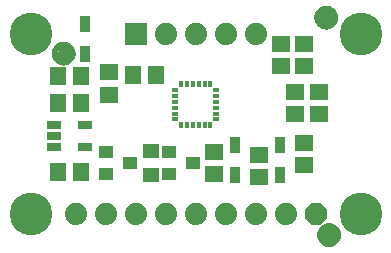
<source format=gbr>
G04 EAGLE Gerber RS-274X export*
G75*
%MOMM*%
%FSLAX34Y34*%
%LPD*%
%INSoldermask Top*%
%IPPOS*%
%AMOC8*
5,1,8,0,0,1.08239X$1,22.5*%
G01*
%ADD10R,0.311600X0.501600*%
%ADD11R,0.501600X0.311600*%
%ADD12R,1.601600X1.401600*%
%ADD13R,1.301600X1.101600*%
%ADD14R,1.401600X1.301600*%
%ADD15R,1.301600X0.651600*%
%ADD16R,1.401600X1.601600*%
%ADD17C,3.617600*%
%ADD18C,1.101600*%
%ADD19C,0.500000*%
%ADD20R,0.901600X1.451600*%
%ADD21P,2.034460X8X292.500000*%
%ADD22C,1.879600*%
%ADD23R,1.879600X1.879600*%


D10*
X177600Y135360D03*
X172600Y135360D03*
X167600Y135360D03*
X162600Y135360D03*
X157600Y135360D03*
X152600Y135360D03*
D11*
X147850Y130610D03*
X147850Y125610D03*
X147850Y120610D03*
X147850Y115610D03*
X147850Y110610D03*
X147850Y105610D03*
D10*
X152600Y100860D03*
X157600Y100860D03*
X162600Y100860D03*
X167600Y100860D03*
X172600Y100860D03*
X177600Y100860D03*
D11*
X182350Y105610D03*
X182350Y110610D03*
X182350Y115610D03*
X182350Y120610D03*
X182350Y125610D03*
X182350Y130610D03*
D12*
X256540Y150520D03*
X256540Y169520D03*
X237490Y150520D03*
X237490Y169520D03*
D13*
X162400Y68580D03*
X142400Y59080D03*
X142400Y78080D03*
X109060Y68580D03*
X89060Y59080D03*
X89060Y78080D03*
D12*
X180340Y59080D03*
X180340Y78080D03*
D14*
X127000Y58420D03*
X127000Y78740D03*
D15*
X45419Y100940D03*
X45419Y91440D03*
X45419Y81940D03*
X71421Y81940D03*
X71421Y100940D03*
D16*
X48920Y60960D03*
X67920Y60960D03*
X67920Y142240D03*
X48920Y142240D03*
D17*
X25400Y25400D03*
X304800Y25400D03*
X304800Y177800D03*
X25400Y177800D03*
D18*
X53340Y161290D03*
D19*
X53340Y168790D02*
X53159Y168788D01*
X52978Y168781D01*
X52797Y168770D01*
X52616Y168755D01*
X52436Y168735D01*
X52256Y168711D01*
X52077Y168683D01*
X51899Y168650D01*
X51722Y168613D01*
X51545Y168572D01*
X51370Y168527D01*
X51195Y168477D01*
X51022Y168423D01*
X50851Y168365D01*
X50680Y168303D01*
X50512Y168236D01*
X50345Y168166D01*
X50179Y168092D01*
X50016Y168013D01*
X49855Y167931D01*
X49695Y167845D01*
X49538Y167755D01*
X49383Y167661D01*
X49230Y167564D01*
X49080Y167462D01*
X48932Y167358D01*
X48786Y167249D01*
X48644Y167138D01*
X48504Y167022D01*
X48367Y166904D01*
X48232Y166782D01*
X48101Y166657D01*
X47973Y166529D01*
X47848Y166398D01*
X47726Y166263D01*
X47608Y166126D01*
X47492Y165986D01*
X47381Y165844D01*
X47272Y165698D01*
X47168Y165550D01*
X47066Y165400D01*
X46969Y165247D01*
X46875Y165092D01*
X46785Y164935D01*
X46699Y164775D01*
X46617Y164614D01*
X46538Y164451D01*
X46464Y164285D01*
X46394Y164118D01*
X46327Y163950D01*
X46265Y163779D01*
X46207Y163608D01*
X46153Y163435D01*
X46103Y163260D01*
X46058Y163085D01*
X46017Y162908D01*
X45980Y162731D01*
X45947Y162553D01*
X45919Y162374D01*
X45895Y162194D01*
X45875Y162014D01*
X45860Y161833D01*
X45849Y161652D01*
X45842Y161471D01*
X45840Y161290D01*
X53340Y168790D02*
X53521Y168788D01*
X53702Y168781D01*
X53883Y168770D01*
X54064Y168755D01*
X54244Y168735D01*
X54424Y168711D01*
X54603Y168683D01*
X54781Y168650D01*
X54958Y168613D01*
X55135Y168572D01*
X55310Y168527D01*
X55485Y168477D01*
X55658Y168423D01*
X55829Y168365D01*
X56000Y168303D01*
X56168Y168236D01*
X56335Y168166D01*
X56501Y168092D01*
X56664Y168013D01*
X56825Y167931D01*
X56985Y167845D01*
X57142Y167755D01*
X57297Y167661D01*
X57450Y167564D01*
X57600Y167462D01*
X57748Y167358D01*
X57894Y167249D01*
X58036Y167138D01*
X58176Y167022D01*
X58313Y166904D01*
X58448Y166782D01*
X58579Y166657D01*
X58707Y166529D01*
X58832Y166398D01*
X58954Y166263D01*
X59072Y166126D01*
X59188Y165986D01*
X59299Y165844D01*
X59408Y165698D01*
X59512Y165550D01*
X59614Y165400D01*
X59711Y165247D01*
X59805Y165092D01*
X59895Y164935D01*
X59981Y164775D01*
X60063Y164614D01*
X60142Y164451D01*
X60216Y164285D01*
X60286Y164118D01*
X60353Y163950D01*
X60415Y163779D01*
X60473Y163608D01*
X60527Y163435D01*
X60577Y163260D01*
X60622Y163085D01*
X60663Y162908D01*
X60700Y162731D01*
X60733Y162553D01*
X60761Y162374D01*
X60785Y162194D01*
X60805Y162014D01*
X60820Y161833D01*
X60831Y161652D01*
X60838Y161471D01*
X60840Y161290D01*
X60838Y161109D01*
X60831Y160928D01*
X60820Y160747D01*
X60805Y160566D01*
X60785Y160386D01*
X60761Y160206D01*
X60733Y160027D01*
X60700Y159849D01*
X60663Y159672D01*
X60622Y159495D01*
X60577Y159320D01*
X60527Y159145D01*
X60473Y158972D01*
X60415Y158801D01*
X60353Y158630D01*
X60286Y158462D01*
X60216Y158295D01*
X60142Y158129D01*
X60063Y157966D01*
X59981Y157805D01*
X59895Y157645D01*
X59805Y157488D01*
X59711Y157333D01*
X59614Y157180D01*
X59512Y157030D01*
X59408Y156882D01*
X59299Y156736D01*
X59188Y156594D01*
X59072Y156454D01*
X58954Y156317D01*
X58832Y156182D01*
X58707Y156051D01*
X58579Y155923D01*
X58448Y155798D01*
X58313Y155676D01*
X58176Y155558D01*
X58036Y155442D01*
X57894Y155331D01*
X57748Y155222D01*
X57600Y155118D01*
X57450Y155016D01*
X57297Y154919D01*
X57142Y154825D01*
X56985Y154735D01*
X56825Y154649D01*
X56664Y154567D01*
X56501Y154488D01*
X56335Y154414D01*
X56168Y154344D01*
X56000Y154277D01*
X55829Y154215D01*
X55658Y154157D01*
X55485Y154103D01*
X55310Y154053D01*
X55135Y154008D01*
X54958Y153967D01*
X54781Y153930D01*
X54603Y153897D01*
X54424Y153869D01*
X54244Y153845D01*
X54064Y153825D01*
X53883Y153810D01*
X53702Y153799D01*
X53521Y153792D01*
X53340Y153790D01*
X53159Y153792D01*
X52978Y153799D01*
X52797Y153810D01*
X52616Y153825D01*
X52436Y153845D01*
X52256Y153869D01*
X52077Y153897D01*
X51899Y153930D01*
X51722Y153967D01*
X51545Y154008D01*
X51370Y154053D01*
X51195Y154103D01*
X51022Y154157D01*
X50851Y154215D01*
X50680Y154277D01*
X50512Y154344D01*
X50345Y154414D01*
X50179Y154488D01*
X50016Y154567D01*
X49855Y154649D01*
X49695Y154735D01*
X49538Y154825D01*
X49383Y154919D01*
X49230Y155016D01*
X49080Y155118D01*
X48932Y155222D01*
X48786Y155331D01*
X48644Y155442D01*
X48504Y155558D01*
X48367Y155676D01*
X48232Y155798D01*
X48101Y155923D01*
X47973Y156051D01*
X47848Y156182D01*
X47726Y156317D01*
X47608Y156454D01*
X47492Y156594D01*
X47381Y156736D01*
X47272Y156882D01*
X47168Y157030D01*
X47066Y157180D01*
X46969Y157333D01*
X46875Y157488D01*
X46785Y157645D01*
X46699Y157805D01*
X46617Y157966D01*
X46538Y158129D01*
X46464Y158295D01*
X46394Y158462D01*
X46327Y158630D01*
X46265Y158801D01*
X46207Y158972D01*
X46153Y159145D01*
X46103Y159320D01*
X46058Y159495D01*
X46017Y159672D01*
X45980Y159849D01*
X45947Y160027D01*
X45919Y160206D01*
X45895Y160386D01*
X45875Y160566D01*
X45860Y160747D01*
X45849Y160928D01*
X45842Y161109D01*
X45840Y161290D01*
D18*
X278130Y7620D03*
D19*
X278130Y15120D02*
X277949Y15118D01*
X277768Y15111D01*
X277587Y15100D01*
X277406Y15085D01*
X277226Y15065D01*
X277046Y15041D01*
X276867Y15013D01*
X276689Y14980D01*
X276512Y14943D01*
X276335Y14902D01*
X276160Y14857D01*
X275985Y14807D01*
X275812Y14753D01*
X275641Y14695D01*
X275470Y14633D01*
X275302Y14566D01*
X275135Y14496D01*
X274969Y14422D01*
X274806Y14343D01*
X274645Y14261D01*
X274485Y14175D01*
X274328Y14085D01*
X274173Y13991D01*
X274020Y13894D01*
X273870Y13792D01*
X273722Y13688D01*
X273576Y13579D01*
X273434Y13468D01*
X273294Y13352D01*
X273157Y13234D01*
X273022Y13112D01*
X272891Y12987D01*
X272763Y12859D01*
X272638Y12728D01*
X272516Y12593D01*
X272398Y12456D01*
X272282Y12316D01*
X272171Y12174D01*
X272062Y12028D01*
X271958Y11880D01*
X271856Y11730D01*
X271759Y11577D01*
X271665Y11422D01*
X271575Y11265D01*
X271489Y11105D01*
X271407Y10944D01*
X271328Y10781D01*
X271254Y10615D01*
X271184Y10448D01*
X271117Y10280D01*
X271055Y10109D01*
X270997Y9938D01*
X270943Y9765D01*
X270893Y9590D01*
X270848Y9415D01*
X270807Y9238D01*
X270770Y9061D01*
X270737Y8883D01*
X270709Y8704D01*
X270685Y8524D01*
X270665Y8344D01*
X270650Y8163D01*
X270639Y7982D01*
X270632Y7801D01*
X270630Y7620D01*
X278130Y15120D02*
X278311Y15118D01*
X278492Y15111D01*
X278673Y15100D01*
X278854Y15085D01*
X279034Y15065D01*
X279214Y15041D01*
X279393Y15013D01*
X279571Y14980D01*
X279748Y14943D01*
X279925Y14902D01*
X280100Y14857D01*
X280275Y14807D01*
X280448Y14753D01*
X280619Y14695D01*
X280790Y14633D01*
X280958Y14566D01*
X281125Y14496D01*
X281291Y14422D01*
X281454Y14343D01*
X281615Y14261D01*
X281775Y14175D01*
X281932Y14085D01*
X282087Y13991D01*
X282240Y13894D01*
X282390Y13792D01*
X282538Y13688D01*
X282684Y13579D01*
X282826Y13468D01*
X282966Y13352D01*
X283103Y13234D01*
X283238Y13112D01*
X283369Y12987D01*
X283497Y12859D01*
X283622Y12728D01*
X283744Y12593D01*
X283862Y12456D01*
X283978Y12316D01*
X284089Y12174D01*
X284198Y12028D01*
X284302Y11880D01*
X284404Y11730D01*
X284501Y11577D01*
X284595Y11422D01*
X284685Y11265D01*
X284771Y11105D01*
X284853Y10944D01*
X284932Y10781D01*
X285006Y10615D01*
X285076Y10448D01*
X285143Y10280D01*
X285205Y10109D01*
X285263Y9938D01*
X285317Y9765D01*
X285367Y9590D01*
X285412Y9415D01*
X285453Y9238D01*
X285490Y9061D01*
X285523Y8883D01*
X285551Y8704D01*
X285575Y8524D01*
X285595Y8344D01*
X285610Y8163D01*
X285621Y7982D01*
X285628Y7801D01*
X285630Y7620D01*
X285628Y7439D01*
X285621Y7258D01*
X285610Y7077D01*
X285595Y6896D01*
X285575Y6716D01*
X285551Y6536D01*
X285523Y6357D01*
X285490Y6179D01*
X285453Y6002D01*
X285412Y5825D01*
X285367Y5650D01*
X285317Y5475D01*
X285263Y5302D01*
X285205Y5131D01*
X285143Y4960D01*
X285076Y4792D01*
X285006Y4625D01*
X284932Y4459D01*
X284853Y4296D01*
X284771Y4135D01*
X284685Y3975D01*
X284595Y3818D01*
X284501Y3663D01*
X284404Y3510D01*
X284302Y3360D01*
X284198Y3212D01*
X284089Y3066D01*
X283978Y2924D01*
X283862Y2784D01*
X283744Y2647D01*
X283622Y2512D01*
X283497Y2381D01*
X283369Y2253D01*
X283238Y2128D01*
X283103Y2006D01*
X282966Y1888D01*
X282826Y1772D01*
X282684Y1661D01*
X282538Y1552D01*
X282390Y1448D01*
X282240Y1346D01*
X282087Y1249D01*
X281932Y1155D01*
X281775Y1065D01*
X281615Y979D01*
X281454Y897D01*
X281291Y818D01*
X281125Y744D01*
X280958Y674D01*
X280790Y607D01*
X280619Y545D01*
X280448Y487D01*
X280275Y433D01*
X280100Y383D01*
X279925Y338D01*
X279748Y297D01*
X279571Y260D01*
X279393Y227D01*
X279214Y199D01*
X279034Y175D01*
X278854Y155D01*
X278673Y140D01*
X278492Y129D01*
X278311Y122D01*
X278130Y120D01*
X277949Y122D01*
X277768Y129D01*
X277587Y140D01*
X277406Y155D01*
X277226Y175D01*
X277046Y199D01*
X276867Y227D01*
X276689Y260D01*
X276512Y297D01*
X276335Y338D01*
X276160Y383D01*
X275985Y433D01*
X275812Y487D01*
X275641Y545D01*
X275470Y607D01*
X275302Y674D01*
X275135Y744D01*
X274969Y818D01*
X274806Y897D01*
X274645Y979D01*
X274485Y1065D01*
X274328Y1155D01*
X274173Y1249D01*
X274020Y1346D01*
X273870Y1448D01*
X273722Y1552D01*
X273576Y1661D01*
X273434Y1772D01*
X273294Y1888D01*
X273157Y2006D01*
X273022Y2128D01*
X272891Y2253D01*
X272763Y2381D01*
X272638Y2512D01*
X272516Y2647D01*
X272398Y2784D01*
X272282Y2924D01*
X272171Y3066D01*
X272062Y3212D01*
X271958Y3360D01*
X271856Y3510D01*
X271759Y3663D01*
X271665Y3818D01*
X271575Y3975D01*
X271489Y4135D01*
X271407Y4296D01*
X271328Y4459D01*
X271254Y4625D01*
X271184Y4792D01*
X271117Y4960D01*
X271055Y5131D01*
X270997Y5302D01*
X270943Y5475D01*
X270893Y5650D01*
X270848Y5825D01*
X270807Y6002D01*
X270770Y6179D01*
X270737Y6357D01*
X270709Y6536D01*
X270685Y6716D01*
X270665Y6896D01*
X270650Y7077D01*
X270639Y7258D01*
X270632Y7439D01*
X270630Y7620D01*
D16*
X67920Y119380D03*
X48920Y119380D03*
D12*
X218440Y75540D03*
X218440Y56540D03*
X256540Y66700D03*
X256540Y85700D03*
X248920Y109880D03*
X248920Y128880D03*
X269240Y109880D03*
X269240Y128880D03*
X91440Y145390D03*
X91440Y126390D03*
D16*
X131420Y143510D03*
X112420Y143510D03*
D20*
X236220Y58420D03*
X236220Y83820D03*
X198120Y58420D03*
X198120Y83820D03*
X71120Y186690D03*
X71120Y161290D03*
D21*
X266700Y25400D03*
D22*
X241300Y25400D03*
X215900Y25400D03*
X190500Y25400D03*
X165100Y25400D03*
X139700Y25400D03*
X114300Y25400D03*
X88900Y25400D03*
X63500Y25400D03*
D23*
X114300Y177800D03*
D22*
X139700Y177800D03*
X165100Y177800D03*
X190500Y177800D03*
X215900Y177800D03*
D18*
X275590Y191770D03*
D19*
X275590Y199270D02*
X275409Y199268D01*
X275228Y199261D01*
X275047Y199250D01*
X274866Y199235D01*
X274686Y199215D01*
X274506Y199191D01*
X274327Y199163D01*
X274149Y199130D01*
X273972Y199093D01*
X273795Y199052D01*
X273620Y199007D01*
X273445Y198957D01*
X273272Y198903D01*
X273101Y198845D01*
X272930Y198783D01*
X272762Y198716D01*
X272595Y198646D01*
X272429Y198572D01*
X272266Y198493D01*
X272105Y198411D01*
X271945Y198325D01*
X271788Y198235D01*
X271633Y198141D01*
X271480Y198044D01*
X271330Y197942D01*
X271182Y197838D01*
X271036Y197729D01*
X270894Y197618D01*
X270754Y197502D01*
X270617Y197384D01*
X270482Y197262D01*
X270351Y197137D01*
X270223Y197009D01*
X270098Y196878D01*
X269976Y196743D01*
X269858Y196606D01*
X269742Y196466D01*
X269631Y196324D01*
X269522Y196178D01*
X269418Y196030D01*
X269316Y195880D01*
X269219Y195727D01*
X269125Y195572D01*
X269035Y195415D01*
X268949Y195255D01*
X268867Y195094D01*
X268788Y194931D01*
X268714Y194765D01*
X268644Y194598D01*
X268577Y194430D01*
X268515Y194259D01*
X268457Y194088D01*
X268403Y193915D01*
X268353Y193740D01*
X268308Y193565D01*
X268267Y193388D01*
X268230Y193211D01*
X268197Y193033D01*
X268169Y192854D01*
X268145Y192674D01*
X268125Y192494D01*
X268110Y192313D01*
X268099Y192132D01*
X268092Y191951D01*
X268090Y191770D01*
X275590Y199270D02*
X275771Y199268D01*
X275952Y199261D01*
X276133Y199250D01*
X276314Y199235D01*
X276494Y199215D01*
X276674Y199191D01*
X276853Y199163D01*
X277031Y199130D01*
X277208Y199093D01*
X277385Y199052D01*
X277560Y199007D01*
X277735Y198957D01*
X277908Y198903D01*
X278079Y198845D01*
X278250Y198783D01*
X278418Y198716D01*
X278585Y198646D01*
X278751Y198572D01*
X278914Y198493D01*
X279075Y198411D01*
X279235Y198325D01*
X279392Y198235D01*
X279547Y198141D01*
X279700Y198044D01*
X279850Y197942D01*
X279998Y197838D01*
X280144Y197729D01*
X280286Y197618D01*
X280426Y197502D01*
X280563Y197384D01*
X280698Y197262D01*
X280829Y197137D01*
X280957Y197009D01*
X281082Y196878D01*
X281204Y196743D01*
X281322Y196606D01*
X281438Y196466D01*
X281549Y196324D01*
X281658Y196178D01*
X281762Y196030D01*
X281864Y195880D01*
X281961Y195727D01*
X282055Y195572D01*
X282145Y195415D01*
X282231Y195255D01*
X282313Y195094D01*
X282392Y194931D01*
X282466Y194765D01*
X282536Y194598D01*
X282603Y194430D01*
X282665Y194259D01*
X282723Y194088D01*
X282777Y193915D01*
X282827Y193740D01*
X282872Y193565D01*
X282913Y193388D01*
X282950Y193211D01*
X282983Y193033D01*
X283011Y192854D01*
X283035Y192674D01*
X283055Y192494D01*
X283070Y192313D01*
X283081Y192132D01*
X283088Y191951D01*
X283090Y191770D01*
X283088Y191589D01*
X283081Y191408D01*
X283070Y191227D01*
X283055Y191046D01*
X283035Y190866D01*
X283011Y190686D01*
X282983Y190507D01*
X282950Y190329D01*
X282913Y190152D01*
X282872Y189975D01*
X282827Y189800D01*
X282777Y189625D01*
X282723Y189452D01*
X282665Y189281D01*
X282603Y189110D01*
X282536Y188942D01*
X282466Y188775D01*
X282392Y188609D01*
X282313Y188446D01*
X282231Y188285D01*
X282145Y188125D01*
X282055Y187968D01*
X281961Y187813D01*
X281864Y187660D01*
X281762Y187510D01*
X281658Y187362D01*
X281549Y187216D01*
X281438Y187074D01*
X281322Y186934D01*
X281204Y186797D01*
X281082Y186662D01*
X280957Y186531D01*
X280829Y186403D01*
X280698Y186278D01*
X280563Y186156D01*
X280426Y186038D01*
X280286Y185922D01*
X280144Y185811D01*
X279998Y185702D01*
X279850Y185598D01*
X279700Y185496D01*
X279547Y185399D01*
X279392Y185305D01*
X279235Y185215D01*
X279075Y185129D01*
X278914Y185047D01*
X278751Y184968D01*
X278585Y184894D01*
X278418Y184824D01*
X278250Y184757D01*
X278079Y184695D01*
X277908Y184637D01*
X277735Y184583D01*
X277560Y184533D01*
X277385Y184488D01*
X277208Y184447D01*
X277031Y184410D01*
X276853Y184377D01*
X276674Y184349D01*
X276494Y184325D01*
X276314Y184305D01*
X276133Y184290D01*
X275952Y184279D01*
X275771Y184272D01*
X275590Y184270D01*
X275409Y184272D01*
X275228Y184279D01*
X275047Y184290D01*
X274866Y184305D01*
X274686Y184325D01*
X274506Y184349D01*
X274327Y184377D01*
X274149Y184410D01*
X273972Y184447D01*
X273795Y184488D01*
X273620Y184533D01*
X273445Y184583D01*
X273272Y184637D01*
X273101Y184695D01*
X272930Y184757D01*
X272762Y184824D01*
X272595Y184894D01*
X272429Y184968D01*
X272266Y185047D01*
X272105Y185129D01*
X271945Y185215D01*
X271788Y185305D01*
X271633Y185399D01*
X271480Y185496D01*
X271330Y185598D01*
X271182Y185702D01*
X271036Y185811D01*
X270894Y185922D01*
X270754Y186038D01*
X270617Y186156D01*
X270482Y186278D01*
X270351Y186403D01*
X270223Y186531D01*
X270098Y186662D01*
X269976Y186797D01*
X269858Y186934D01*
X269742Y187074D01*
X269631Y187216D01*
X269522Y187362D01*
X269418Y187510D01*
X269316Y187660D01*
X269219Y187813D01*
X269125Y187968D01*
X269035Y188125D01*
X268949Y188285D01*
X268867Y188446D01*
X268788Y188609D01*
X268714Y188775D01*
X268644Y188942D01*
X268577Y189110D01*
X268515Y189281D01*
X268457Y189452D01*
X268403Y189625D01*
X268353Y189800D01*
X268308Y189975D01*
X268267Y190152D01*
X268230Y190329D01*
X268197Y190507D01*
X268169Y190686D01*
X268145Y190866D01*
X268125Y191046D01*
X268110Y191227D01*
X268099Y191408D01*
X268092Y191589D01*
X268090Y191770D01*
M02*

</source>
